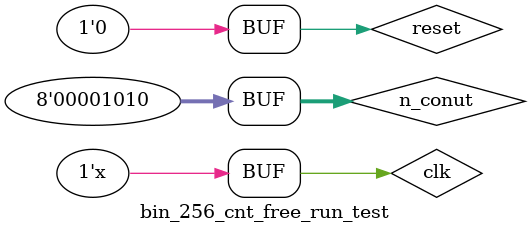
<source format=v>
`timescale 1ns / 1ps


module bin_256_cnt_free_run_test;

	// Inputs
	reg clk;
	reg reset;
	reg [7:0] n_conut;

	// Outputs
	wire max_tick;

	// Instantiate the Unit Under Test (UUT)
	bin_256_cnt_free_run uut (
		.clk(clk), 
		.reset(reset), 
		.n_conut(n_conut), 
		.max_tick(max_tick)
	);

	initial begin
		// Initialize Inputs
		clk = 0;
		reset = 0;
		n_conut = 0;

		// Wait 100 ns for global reset to finish
		#100;
        
		// Add stimulus here
		n_conut = 10;
		reset = 1;
		#1;
		reset = 0;

	end
	
	always #0.5 clk = ~clk;
      
endmodule


</source>
